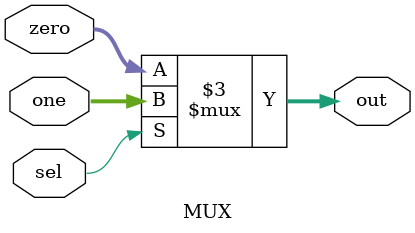
<source format=sv>
`timescale 1ns / 1ps


module MUX # (parameter WIDTH = 4) (

    input sel,                      //selector
    input [WIDTH - 1:0] zero,       //first input
    input [WIDTH - 1:0] one,        //second input
    output logic [WIDTH - 1:0] out  //output
    
    );
    
    always_comb 
    
    begin
        
        if (sel)
            begin
                out = one;  //selector input will output the one output
            end
        else
            begin
                out = zero; //selector input will output the zero output
            end
       
    end
    
endmodule

</source>
